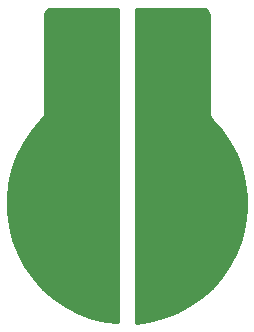
<source format=gbr>
%TF.GenerationSoftware,KiCad,Pcbnew,(5.1.9)-1*%
%TF.CreationDate,2022-03-15T16:17:15-05:00*%
%TF.ProjectId,ArmMotorPCB,41726d4d-6f74-46f7-9250-43422e6b6963,rev?*%
%TF.SameCoordinates,Original*%
%TF.FileFunction,Copper,L2,Bot*%
%TF.FilePolarity,Positive*%
%FSLAX46Y46*%
G04 Gerber Fmt 4.6, Leading zero omitted, Abs format (unit mm)*
G04 Created by KiCad (PCBNEW (5.1.9)-1) date 2022-03-15 16:17:15*
%MOMM*%
%LPD*%
G01*
G04 APERTURE LIST*
%TA.AperFunction,ComponentPad*%
%ADD10O,3.000000X5.100000*%
%TD*%
%TA.AperFunction,ComponentPad*%
%ADD11O,5.100000X3.000000*%
%TD*%
%TA.AperFunction,Conductor*%
%ADD12C,0.254000*%
%TD*%
%TA.AperFunction,Conductor*%
%ADD13C,0.100000*%
%TD*%
G04 APERTURE END LIST*
%TO.P,TP1,1*%
%TO.N,Net-(Conn1-Pad1)*%
%TA.AperFunction,ComponentPad*%
G36*
G01*
X143708882Y-55828203D02*
X145193808Y-57313129D01*
G75*
G02*
X145193808Y-59434447I-1060659J-1060659D01*
G01*
X145193808Y-59434447D01*
G75*
G02*
X143072490Y-59434447I-1060659J1060659D01*
G01*
X141587564Y-57949521D01*
G75*
G02*
X141587564Y-55828203I1060659J1060659D01*
G01*
X141587564Y-55828203D01*
G75*
G02*
X143708882Y-55828203I1060659J-1060659D01*
G01*
G37*
%TD.AperFunction*%
%TD*%
%TO.P,TP2,1*%
%TO.N,Net-(Conn1-Pad2)*%
%TA.AperFunction,ComponentPad*%
G36*
G01*
X131722578Y-71132257D02*
X130237652Y-69647331D01*
G75*
G02*
X130237652Y-67526013I1060659J1060659D01*
G01*
X130237652Y-67526013D01*
G75*
G02*
X132358970Y-67526013I1060659J-1060659D01*
G01*
X133843896Y-69010939D01*
G75*
G02*
X133843896Y-71132257I-1060659J-1060659D01*
G01*
X133843896Y-71132257D01*
G75*
G02*
X131722578Y-71132257I-1060659J1060659D01*
G01*
G37*
%TD.AperFunction*%
%TD*%
D10*
%TO.P,TP2,1*%
%TO.N,Net-(Conn1-Pad2)*%
X129519400Y-63623000D03*
%TD*%
%TO.P,TP1,1*%
%TO.N,Net-(Conn1-Pad1)*%
X145816600Y-63377000D03*
%TD*%
D11*
%TO.P,Conn1,2*%
%TO.N,Net-(Conn1-Pad2)*%
X133932000Y-49150000D03*
%TO.P,Conn1,1*%
%TO.N,Net-(Conn1-Pad1)*%
X141832000Y-49150000D03*
%TD*%
D12*
%TO.N,Net-(Conn1-Pad1)*%
X144262869Y-47029722D02*
X144376246Y-47063953D01*
X144480819Y-47119555D01*
X144572596Y-47194407D01*
X144648091Y-47285664D01*
X144704419Y-47389844D01*
X144739440Y-47502976D01*
X144755001Y-47651031D01*
X144754999Y-55912419D01*
X144764549Y-56009383D01*
X144802289Y-56133793D01*
X144863574Y-56248450D01*
X144946051Y-56348948D01*
X144955805Y-56356953D01*
X145754930Y-57258612D01*
X146447101Y-58260101D01*
X147013944Y-59337491D01*
X147447244Y-60475170D01*
X147740729Y-61656667D01*
X147890147Y-62864864D01*
X147893335Y-64082270D01*
X147750245Y-65291226D01*
X147462950Y-66474248D01*
X147035607Y-67614191D01*
X146474419Y-68694526D01*
X145787501Y-69699623D01*
X144984812Y-70614915D01*
X144077981Y-71427140D01*
X143080127Y-72124548D01*
X142005726Y-72697020D01*
X140870319Y-73136276D01*
X139690386Y-73435941D01*
X138557000Y-73582136D01*
X138557000Y-47015000D01*
X144112721Y-47015000D01*
X144262869Y-47029722D01*
%TA.AperFunction,Conductor*%
D13*
G36*
X144262869Y-47029722D02*
G01*
X144376246Y-47063953D01*
X144480819Y-47119555D01*
X144572596Y-47194407D01*
X144648091Y-47285664D01*
X144704419Y-47389844D01*
X144739440Y-47502976D01*
X144755001Y-47651031D01*
X144754999Y-55912419D01*
X144764549Y-56009383D01*
X144802289Y-56133793D01*
X144863574Y-56248450D01*
X144946051Y-56348948D01*
X144955805Y-56356953D01*
X145754930Y-57258612D01*
X146447101Y-58260101D01*
X147013944Y-59337491D01*
X147447244Y-60475170D01*
X147740729Y-61656667D01*
X147890147Y-62864864D01*
X147893335Y-64082270D01*
X147750245Y-65291226D01*
X147462950Y-66474248D01*
X147035607Y-67614191D01*
X146474419Y-68694526D01*
X145787501Y-69699623D01*
X144984812Y-70614915D01*
X144077981Y-71427140D01*
X143080127Y-72124548D01*
X142005726Y-72697020D01*
X140870319Y-73136276D01*
X139690386Y-73435941D01*
X138557000Y-73582136D01*
X138557000Y-47015000D01*
X144112721Y-47015000D01*
X144262869Y-47029722D01*
G37*
%TD.AperFunction*%
%TD*%
D12*
%TO.N,Net-(Conn1-Pad2)*%
X137033000Y-73574948D02*
X136055918Y-73464487D01*
X134871415Y-73183391D01*
X133729258Y-72762027D01*
X132645991Y-72206498D01*
X131637314Y-71524855D01*
X130717833Y-70726970D01*
X129900863Y-69824397D01*
X129198245Y-68830217D01*
X128620154Y-67758826D01*
X128174961Y-66625743D01*
X127869120Y-65447384D01*
X127707056Y-64240807D01*
X127691121Y-63023520D01*
X127821545Y-61813110D01*
X128096436Y-60627153D01*
X128511813Y-59482807D01*
X129061660Y-58396651D01*
X129738017Y-57384412D01*
X130542356Y-56447628D01*
X130620782Y-56367961D01*
X130643949Y-56348948D01*
X130726426Y-56248450D01*
X130787711Y-56133793D01*
X130825451Y-56009383D01*
X130835001Y-55912419D01*
X130834999Y-47657289D01*
X130849722Y-47507131D01*
X130883953Y-47393754D01*
X130939555Y-47289181D01*
X131014407Y-47197404D01*
X131105664Y-47121909D01*
X131209844Y-47065581D01*
X131322976Y-47030560D01*
X131471022Y-47015000D01*
X137033000Y-47015000D01*
X137033000Y-73574948D01*
%TA.AperFunction,Conductor*%
D13*
G36*
X137033000Y-73574948D02*
G01*
X136055918Y-73464487D01*
X134871415Y-73183391D01*
X133729258Y-72762027D01*
X132645991Y-72206498D01*
X131637314Y-71524855D01*
X130717833Y-70726970D01*
X129900863Y-69824397D01*
X129198245Y-68830217D01*
X128620154Y-67758826D01*
X128174961Y-66625743D01*
X127869120Y-65447384D01*
X127707056Y-64240807D01*
X127691121Y-63023520D01*
X127821545Y-61813110D01*
X128096436Y-60627153D01*
X128511813Y-59482807D01*
X129061660Y-58396651D01*
X129738017Y-57384412D01*
X130542356Y-56447628D01*
X130620782Y-56367961D01*
X130643949Y-56348948D01*
X130726426Y-56248450D01*
X130787711Y-56133793D01*
X130825451Y-56009383D01*
X130835001Y-55912419D01*
X130834999Y-47657289D01*
X130849722Y-47507131D01*
X130883953Y-47393754D01*
X130939555Y-47289181D01*
X131014407Y-47197404D01*
X131105664Y-47121909D01*
X131209844Y-47065581D01*
X131322976Y-47030560D01*
X131471022Y-47015000D01*
X137033000Y-47015000D01*
X137033000Y-73574948D01*
G37*
%TD.AperFunction*%
%TD*%
M02*

</source>
